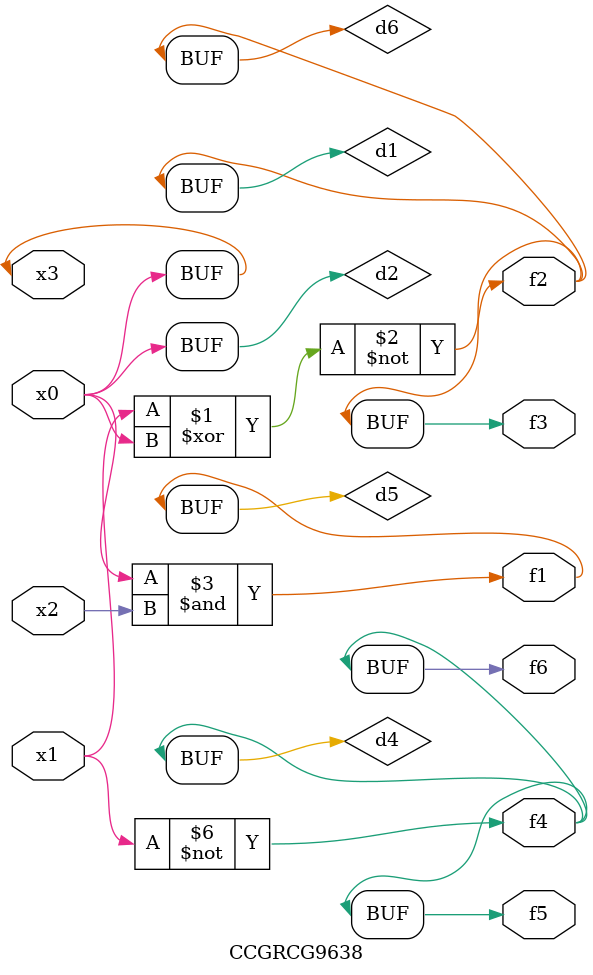
<source format=v>
module CCGRCG9638(
	input x0, x1, x2, x3,
	output f1, f2, f3, f4, f5, f6
);

	wire d1, d2, d3, d4, d5, d6;

	xnor (d1, x1, x3);
	buf (d2, x0, x3);
	nand (d3, x0, x2);
	not (d4, x1);
	nand (d5, d3);
	or (d6, d1);
	assign f1 = d5;
	assign f2 = d6;
	assign f3 = d6;
	assign f4 = d4;
	assign f5 = d4;
	assign f6 = d4;
endmodule

</source>
